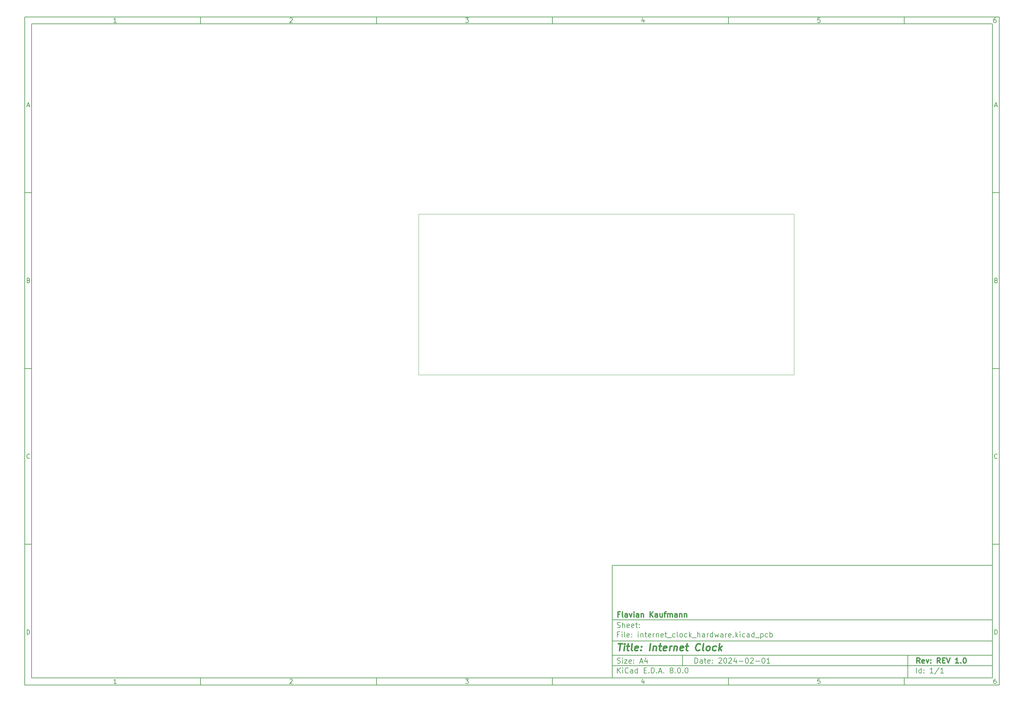
<source format=gbr>
%TF.GenerationSoftware,KiCad,Pcbnew,8.0.0*%
%TF.CreationDate,2024-02-29T15:31:37+01:00*%
%TF.ProjectId,internet_clock_hardware,696e7465-726e-4657-945f-636c6f636b5f,REV 1.0*%
%TF.SameCoordinates,Original*%
%TF.FileFunction,Profile,NP*%
%FSLAX46Y46*%
G04 Gerber Fmt 4.6, Leading zero omitted, Abs format (unit mm)*
G04 Created by KiCad (PCBNEW 8.0.0) date 2024-02-29 15:31:37*
%MOMM*%
%LPD*%
G01*
G04 APERTURE LIST*
%ADD10C,0.100000*%
%ADD11C,0.150000*%
%ADD12C,0.300000*%
%ADD13C,0.400000*%
%TA.AperFunction,Profile*%
%ADD14C,0.100000*%
%TD*%
G04 APERTURE END LIST*
D10*
D11*
X177002200Y-166007200D02*
X285002200Y-166007200D01*
X285002200Y-198007200D01*
X177002200Y-198007200D01*
X177002200Y-166007200D01*
D10*
D11*
X10000000Y-10000000D02*
X287002200Y-10000000D01*
X287002200Y-200007200D01*
X10000000Y-200007200D01*
X10000000Y-10000000D01*
D10*
D11*
X12000000Y-12000000D02*
X285002200Y-12000000D01*
X285002200Y-198007200D01*
X12000000Y-198007200D01*
X12000000Y-12000000D01*
D10*
D11*
X60000000Y-12000000D02*
X60000000Y-10000000D01*
D10*
D11*
X110000000Y-12000000D02*
X110000000Y-10000000D01*
D10*
D11*
X160000000Y-12000000D02*
X160000000Y-10000000D01*
D10*
D11*
X210000000Y-12000000D02*
X210000000Y-10000000D01*
D10*
D11*
X260000000Y-12000000D02*
X260000000Y-10000000D01*
D10*
D11*
X36089160Y-11593604D02*
X35346303Y-11593604D01*
X35717731Y-11593604D02*
X35717731Y-10293604D01*
X35717731Y-10293604D02*
X35593922Y-10479319D01*
X35593922Y-10479319D02*
X35470112Y-10603128D01*
X35470112Y-10603128D02*
X35346303Y-10665033D01*
D10*
D11*
X85346303Y-10417414D02*
X85408207Y-10355509D01*
X85408207Y-10355509D02*
X85532017Y-10293604D01*
X85532017Y-10293604D02*
X85841541Y-10293604D01*
X85841541Y-10293604D02*
X85965350Y-10355509D01*
X85965350Y-10355509D02*
X86027255Y-10417414D01*
X86027255Y-10417414D02*
X86089160Y-10541223D01*
X86089160Y-10541223D02*
X86089160Y-10665033D01*
X86089160Y-10665033D02*
X86027255Y-10850747D01*
X86027255Y-10850747D02*
X85284398Y-11593604D01*
X85284398Y-11593604D02*
X86089160Y-11593604D01*
D10*
D11*
X135284398Y-10293604D02*
X136089160Y-10293604D01*
X136089160Y-10293604D02*
X135655826Y-10788842D01*
X135655826Y-10788842D02*
X135841541Y-10788842D01*
X135841541Y-10788842D02*
X135965350Y-10850747D01*
X135965350Y-10850747D02*
X136027255Y-10912652D01*
X136027255Y-10912652D02*
X136089160Y-11036461D01*
X136089160Y-11036461D02*
X136089160Y-11345985D01*
X136089160Y-11345985D02*
X136027255Y-11469795D01*
X136027255Y-11469795D02*
X135965350Y-11531700D01*
X135965350Y-11531700D02*
X135841541Y-11593604D01*
X135841541Y-11593604D02*
X135470112Y-11593604D01*
X135470112Y-11593604D02*
X135346303Y-11531700D01*
X135346303Y-11531700D02*
X135284398Y-11469795D01*
D10*
D11*
X185965350Y-10726938D02*
X185965350Y-11593604D01*
X185655826Y-10231700D02*
X185346303Y-11160271D01*
X185346303Y-11160271D02*
X186151064Y-11160271D01*
D10*
D11*
X236027255Y-10293604D02*
X235408207Y-10293604D01*
X235408207Y-10293604D02*
X235346303Y-10912652D01*
X235346303Y-10912652D02*
X235408207Y-10850747D01*
X235408207Y-10850747D02*
X235532017Y-10788842D01*
X235532017Y-10788842D02*
X235841541Y-10788842D01*
X235841541Y-10788842D02*
X235965350Y-10850747D01*
X235965350Y-10850747D02*
X236027255Y-10912652D01*
X236027255Y-10912652D02*
X236089160Y-11036461D01*
X236089160Y-11036461D02*
X236089160Y-11345985D01*
X236089160Y-11345985D02*
X236027255Y-11469795D01*
X236027255Y-11469795D02*
X235965350Y-11531700D01*
X235965350Y-11531700D02*
X235841541Y-11593604D01*
X235841541Y-11593604D02*
X235532017Y-11593604D01*
X235532017Y-11593604D02*
X235408207Y-11531700D01*
X235408207Y-11531700D02*
X235346303Y-11469795D01*
D10*
D11*
X285965350Y-10293604D02*
X285717731Y-10293604D01*
X285717731Y-10293604D02*
X285593922Y-10355509D01*
X285593922Y-10355509D02*
X285532017Y-10417414D01*
X285532017Y-10417414D02*
X285408207Y-10603128D01*
X285408207Y-10603128D02*
X285346303Y-10850747D01*
X285346303Y-10850747D02*
X285346303Y-11345985D01*
X285346303Y-11345985D02*
X285408207Y-11469795D01*
X285408207Y-11469795D02*
X285470112Y-11531700D01*
X285470112Y-11531700D02*
X285593922Y-11593604D01*
X285593922Y-11593604D02*
X285841541Y-11593604D01*
X285841541Y-11593604D02*
X285965350Y-11531700D01*
X285965350Y-11531700D02*
X286027255Y-11469795D01*
X286027255Y-11469795D02*
X286089160Y-11345985D01*
X286089160Y-11345985D02*
X286089160Y-11036461D01*
X286089160Y-11036461D02*
X286027255Y-10912652D01*
X286027255Y-10912652D02*
X285965350Y-10850747D01*
X285965350Y-10850747D02*
X285841541Y-10788842D01*
X285841541Y-10788842D02*
X285593922Y-10788842D01*
X285593922Y-10788842D02*
X285470112Y-10850747D01*
X285470112Y-10850747D02*
X285408207Y-10912652D01*
X285408207Y-10912652D02*
X285346303Y-11036461D01*
D10*
D11*
X60000000Y-198007200D02*
X60000000Y-200007200D01*
D10*
D11*
X110000000Y-198007200D02*
X110000000Y-200007200D01*
D10*
D11*
X160000000Y-198007200D02*
X160000000Y-200007200D01*
D10*
D11*
X210000000Y-198007200D02*
X210000000Y-200007200D01*
D10*
D11*
X260000000Y-198007200D02*
X260000000Y-200007200D01*
D10*
D11*
X36089160Y-199600804D02*
X35346303Y-199600804D01*
X35717731Y-199600804D02*
X35717731Y-198300804D01*
X35717731Y-198300804D02*
X35593922Y-198486519D01*
X35593922Y-198486519D02*
X35470112Y-198610328D01*
X35470112Y-198610328D02*
X35346303Y-198672233D01*
D10*
D11*
X85346303Y-198424614D02*
X85408207Y-198362709D01*
X85408207Y-198362709D02*
X85532017Y-198300804D01*
X85532017Y-198300804D02*
X85841541Y-198300804D01*
X85841541Y-198300804D02*
X85965350Y-198362709D01*
X85965350Y-198362709D02*
X86027255Y-198424614D01*
X86027255Y-198424614D02*
X86089160Y-198548423D01*
X86089160Y-198548423D02*
X86089160Y-198672233D01*
X86089160Y-198672233D02*
X86027255Y-198857947D01*
X86027255Y-198857947D02*
X85284398Y-199600804D01*
X85284398Y-199600804D02*
X86089160Y-199600804D01*
D10*
D11*
X135284398Y-198300804D02*
X136089160Y-198300804D01*
X136089160Y-198300804D02*
X135655826Y-198796042D01*
X135655826Y-198796042D02*
X135841541Y-198796042D01*
X135841541Y-198796042D02*
X135965350Y-198857947D01*
X135965350Y-198857947D02*
X136027255Y-198919852D01*
X136027255Y-198919852D02*
X136089160Y-199043661D01*
X136089160Y-199043661D02*
X136089160Y-199353185D01*
X136089160Y-199353185D02*
X136027255Y-199476995D01*
X136027255Y-199476995D02*
X135965350Y-199538900D01*
X135965350Y-199538900D02*
X135841541Y-199600804D01*
X135841541Y-199600804D02*
X135470112Y-199600804D01*
X135470112Y-199600804D02*
X135346303Y-199538900D01*
X135346303Y-199538900D02*
X135284398Y-199476995D01*
D10*
D11*
X185965350Y-198734138D02*
X185965350Y-199600804D01*
X185655826Y-198238900D02*
X185346303Y-199167471D01*
X185346303Y-199167471D02*
X186151064Y-199167471D01*
D10*
D11*
X236027255Y-198300804D02*
X235408207Y-198300804D01*
X235408207Y-198300804D02*
X235346303Y-198919852D01*
X235346303Y-198919852D02*
X235408207Y-198857947D01*
X235408207Y-198857947D02*
X235532017Y-198796042D01*
X235532017Y-198796042D02*
X235841541Y-198796042D01*
X235841541Y-198796042D02*
X235965350Y-198857947D01*
X235965350Y-198857947D02*
X236027255Y-198919852D01*
X236027255Y-198919852D02*
X236089160Y-199043661D01*
X236089160Y-199043661D02*
X236089160Y-199353185D01*
X236089160Y-199353185D02*
X236027255Y-199476995D01*
X236027255Y-199476995D02*
X235965350Y-199538900D01*
X235965350Y-199538900D02*
X235841541Y-199600804D01*
X235841541Y-199600804D02*
X235532017Y-199600804D01*
X235532017Y-199600804D02*
X235408207Y-199538900D01*
X235408207Y-199538900D02*
X235346303Y-199476995D01*
D10*
D11*
X285965350Y-198300804D02*
X285717731Y-198300804D01*
X285717731Y-198300804D02*
X285593922Y-198362709D01*
X285593922Y-198362709D02*
X285532017Y-198424614D01*
X285532017Y-198424614D02*
X285408207Y-198610328D01*
X285408207Y-198610328D02*
X285346303Y-198857947D01*
X285346303Y-198857947D02*
X285346303Y-199353185D01*
X285346303Y-199353185D02*
X285408207Y-199476995D01*
X285408207Y-199476995D02*
X285470112Y-199538900D01*
X285470112Y-199538900D02*
X285593922Y-199600804D01*
X285593922Y-199600804D02*
X285841541Y-199600804D01*
X285841541Y-199600804D02*
X285965350Y-199538900D01*
X285965350Y-199538900D02*
X286027255Y-199476995D01*
X286027255Y-199476995D02*
X286089160Y-199353185D01*
X286089160Y-199353185D02*
X286089160Y-199043661D01*
X286089160Y-199043661D02*
X286027255Y-198919852D01*
X286027255Y-198919852D02*
X285965350Y-198857947D01*
X285965350Y-198857947D02*
X285841541Y-198796042D01*
X285841541Y-198796042D02*
X285593922Y-198796042D01*
X285593922Y-198796042D02*
X285470112Y-198857947D01*
X285470112Y-198857947D02*
X285408207Y-198919852D01*
X285408207Y-198919852D02*
X285346303Y-199043661D01*
D10*
D11*
X10000000Y-60000000D02*
X12000000Y-60000000D01*
D10*
D11*
X10000000Y-110000000D02*
X12000000Y-110000000D01*
D10*
D11*
X10000000Y-160000000D02*
X12000000Y-160000000D01*
D10*
D11*
X10690476Y-35222176D02*
X11309523Y-35222176D01*
X10566666Y-35593604D02*
X10999999Y-34293604D01*
X10999999Y-34293604D02*
X11433333Y-35593604D01*
D10*
D11*
X11092857Y-84912652D02*
X11278571Y-84974557D01*
X11278571Y-84974557D02*
X11340476Y-85036461D01*
X11340476Y-85036461D02*
X11402380Y-85160271D01*
X11402380Y-85160271D02*
X11402380Y-85345985D01*
X11402380Y-85345985D02*
X11340476Y-85469795D01*
X11340476Y-85469795D02*
X11278571Y-85531700D01*
X11278571Y-85531700D02*
X11154761Y-85593604D01*
X11154761Y-85593604D02*
X10659523Y-85593604D01*
X10659523Y-85593604D02*
X10659523Y-84293604D01*
X10659523Y-84293604D02*
X11092857Y-84293604D01*
X11092857Y-84293604D02*
X11216666Y-84355509D01*
X11216666Y-84355509D02*
X11278571Y-84417414D01*
X11278571Y-84417414D02*
X11340476Y-84541223D01*
X11340476Y-84541223D02*
X11340476Y-84665033D01*
X11340476Y-84665033D02*
X11278571Y-84788842D01*
X11278571Y-84788842D02*
X11216666Y-84850747D01*
X11216666Y-84850747D02*
X11092857Y-84912652D01*
X11092857Y-84912652D02*
X10659523Y-84912652D01*
D10*
D11*
X11402380Y-135469795D02*
X11340476Y-135531700D01*
X11340476Y-135531700D02*
X11154761Y-135593604D01*
X11154761Y-135593604D02*
X11030952Y-135593604D01*
X11030952Y-135593604D02*
X10845238Y-135531700D01*
X10845238Y-135531700D02*
X10721428Y-135407890D01*
X10721428Y-135407890D02*
X10659523Y-135284080D01*
X10659523Y-135284080D02*
X10597619Y-135036461D01*
X10597619Y-135036461D02*
X10597619Y-134850747D01*
X10597619Y-134850747D02*
X10659523Y-134603128D01*
X10659523Y-134603128D02*
X10721428Y-134479319D01*
X10721428Y-134479319D02*
X10845238Y-134355509D01*
X10845238Y-134355509D02*
X11030952Y-134293604D01*
X11030952Y-134293604D02*
X11154761Y-134293604D01*
X11154761Y-134293604D02*
X11340476Y-134355509D01*
X11340476Y-134355509D02*
X11402380Y-134417414D01*
D10*
D11*
X10659523Y-185593604D02*
X10659523Y-184293604D01*
X10659523Y-184293604D02*
X10969047Y-184293604D01*
X10969047Y-184293604D02*
X11154761Y-184355509D01*
X11154761Y-184355509D02*
X11278571Y-184479319D01*
X11278571Y-184479319D02*
X11340476Y-184603128D01*
X11340476Y-184603128D02*
X11402380Y-184850747D01*
X11402380Y-184850747D02*
X11402380Y-185036461D01*
X11402380Y-185036461D02*
X11340476Y-185284080D01*
X11340476Y-185284080D02*
X11278571Y-185407890D01*
X11278571Y-185407890D02*
X11154761Y-185531700D01*
X11154761Y-185531700D02*
X10969047Y-185593604D01*
X10969047Y-185593604D02*
X10659523Y-185593604D01*
D10*
D11*
X287002200Y-60000000D02*
X285002200Y-60000000D01*
D10*
D11*
X287002200Y-110000000D02*
X285002200Y-110000000D01*
D10*
D11*
X287002200Y-160000000D02*
X285002200Y-160000000D01*
D10*
D11*
X285692676Y-35222176D02*
X286311723Y-35222176D01*
X285568866Y-35593604D02*
X286002199Y-34293604D01*
X286002199Y-34293604D02*
X286435533Y-35593604D01*
D10*
D11*
X286095057Y-84912652D02*
X286280771Y-84974557D01*
X286280771Y-84974557D02*
X286342676Y-85036461D01*
X286342676Y-85036461D02*
X286404580Y-85160271D01*
X286404580Y-85160271D02*
X286404580Y-85345985D01*
X286404580Y-85345985D02*
X286342676Y-85469795D01*
X286342676Y-85469795D02*
X286280771Y-85531700D01*
X286280771Y-85531700D02*
X286156961Y-85593604D01*
X286156961Y-85593604D02*
X285661723Y-85593604D01*
X285661723Y-85593604D02*
X285661723Y-84293604D01*
X285661723Y-84293604D02*
X286095057Y-84293604D01*
X286095057Y-84293604D02*
X286218866Y-84355509D01*
X286218866Y-84355509D02*
X286280771Y-84417414D01*
X286280771Y-84417414D02*
X286342676Y-84541223D01*
X286342676Y-84541223D02*
X286342676Y-84665033D01*
X286342676Y-84665033D02*
X286280771Y-84788842D01*
X286280771Y-84788842D02*
X286218866Y-84850747D01*
X286218866Y-84850747D02*
X286095057Y-84912652D01*
X286095057Y-84912652D02*
X285661723Y-84912652D01*
D10*
D11*
X286404580Y-135469795D02*
X286342676Y-135531700D01*
X286342676Y-135531700D02*
X286156961Y-135593604D01*
X286156961Y-135593604D02*
X286033152Y-135593604D01*
X286033152Y-135593604D02*
X285847438Y-135531700D01*
X285847438Y-135531700D02*
X285723628Y-135407890D01*
X285723628Y-135407890D02*
X285661723Y-135284080D01*
X285661723Y-135284080D02*
X285599819Y-135036461D01*
X285599819Y-135036461D02*
X285599819Y-134850747D01*
X285599819Y-134850747D02*
X285661723Y-134603128D01*
X285661723Y-134603128D02*
X285723628Y-134479319D01*
X285723628Y-134479319D02*
X285847438Y-134355509D01*
X285847438Y-134355509D02*
X286033152Y-134293604D01*
X286033152Y-134293604D02*
X286156961Y-134293604D01*
X286156961Y-134293604D02*
X286342676Y-134355509D01*
X286342676Y-134355509D02*
X286404580Y-134417414D01*
D10*
D11*
X285661723Y-185593604D02*
X285661723Y-184293604D01*
X285661723Y-184293604D02*
X285971247Y-184293604D01*
X285971247Y-184293604D02*
X286156961Y-184355509D01*
X286156961Y-184355509D02*
X286280771Y-184479319D01*
X286280771Y-184479319D02*
X286342676Y-184603128D01*
X286342676Y-184603128D02*
X286404580Y-184850747D01*
X286404580Y-184850747D02*
X286404580Y-185036461D01*
X286404580Y-185036461D02*
X286342676Y-185284080D01*
X286342676Y-185284080D02*
X286280771Y-185407890D01*
X286280771Y-185407890D02*
X286156961Y-185531700D01*
X286156961Y-185531700D02*
X285971247Y-185593604D01*
X285971247Y-185593604D02*
X285661723Y-185593604D01*
D10*
D11*
X200458026Y-193793328D02*
X200458026Y-192293328D01*
X200458026Y-192293328D02*
X200815169Y-192293328D01*
X200815169Y-192293328D02*
X201029455Y-192364757D01*
X201029455Y-192364757D02*
X201172312Y-192507614D01*
X201172312Y-192507614D02*
X201243741Y-192650471D01*
X201243741Y-192650471D02*
X201315169Y-192936185D01*
X201315169Y-192936185D02*
X201315169Y-193150471D01*
X201315169Y-193150471D02*
X201243741Y-193436185D01*
X201243741Y-193436185D02*
X201172312Y-193579042D01*
X201172312Y-193579042D02*
X201029455Y-193721900D01*
X201029455Y-193721900D02*
X200815169Y-193793328D01*
X200815169Y-193793328D02*
X200458026Y-193793328D01*
X202600884Y-193793328D02*
X202600884Y-193007614D01*
X202600884Y-193007614D02*
X202529455Y-192864757D01*
X202529455Y-192864757D02*
X202386598Y-192793328D01*
X202386598Y-192793328D02*
X202100884Y-192793328D01*
X202100884Y-192793328D02*
X201958026Y-192864757D01*
X202600884Y-193721900D02*
X202458026Y-193793328D01*
X202458026Y-193793328D02*
X202100884Y-193793328D01*
X202100884Y-193793328D02*
X201958026Y-193721900D01*
X201958026Y-193721900D02*
X201886598Y-193579042D01*
X201886598Y-193579042D02*
X201886598Y-193436185D01*
X201886598Y-193436185D02*
X201958026Y-193293328D01*
X201958026Y-193293328D02*
X202100884Y-193221900D01*
X202100884Y-193221900D02*
X202458026Y-193221900D01*
X202458026Y-193221900D02*
X202600884Y-193150471D01*
X203100884Y-192793328D02*
X203672312Y-192793328D01*
X203315169Y-192293328D02*
X203315169Y-193579042D01*
X203315169Y-193579042D02*
X203386598Y-193721900D01*
X203386598Y-193721900D02*
X203529455Y-193793328D01*
X203529455Y-193793328D02*
X203672312Y-193793328D01*
X204743741Y-193721900D02*
X204600884Y-193793328D01*
X204600884Y-193793328D02*
X204315170Y-193793328D01*
X204315170Y-193793328D02*
X204172312Y-193721900D01*
X204172312Y-193721900D02*
X204100884Y-193579042D01*
X204100884Y-193579042D02*
X204100884Y-193007614D01*
X204100884Y-193007614D02*
X204172312Y-192864757D01*
X204172312Y-192864757D02*
X204315170Y-192793328D01*
X204315170Y-192793328D02*
X204600884Y-192793328D01*
X204600884Y-192793328D02*
X204743741Y-192864757D01*
X204743741Y-192864757D02*
X204815170Y-193007614D01*
X204815170Y-193007614D02*
X204815170Y-193150471D01*
X204815170Y-193150471D02*
X204100884Y-193293328D01*
X205458026Y-193650471D02*
X205529455Y-193721900D01*
X205529455Y-193721900D02*
X205458026Y-193793328D01*
X205458026Y-193793328D02*
X205386598Y-193721900D01*
X205386598Y-193721900D02*
X205458026Y-193650471D01*
X205458026Y-193650471D02*
X205458026Y-193793328D01*
X205458026Y-192864757D02*
X205529455Y-192936185D01*
X205529455Y-192936185D02*
X205458026Y-193007614D01*
X205458026Y-193007614D02*
X205386598Y-192936185D01*
X205386598Y-192936185D02*
X205458026Y-192864757D01*
X205458026Y-192864757D02*
X205458026Y-193007614D01*
X207243741Y-192436185D02*
X207315169Y-192364757D01*
X207315169Y-192364757D02*
X207458027Y-192293328D01*
X207458027Y-192293328D02*
X207815169Y-192293328D01*
X207815169Y-192293328D02*
X207958027Y-192364757D01*
X207958027Y-192364757D02*
X208029455Y-192436185D01*
X208029455Y-192436185D02*
X208100884Y-192579042D01*
X208100884Y-192579042D02*
X208100884Y-192721900D01*
X208100884Y-192721900D02*
X208029455Y-192936185D01*
X208029455Y-192936185D02*
X207172312Y-193793328D01*
X207172312Y-193793328D02*
X208100884Y-193793328D01*
X209029455Y-192293328D02*
X209172312Y-192293328D01*
X209172312Y-192293328D02*
X209315169Y-192364757D01*
X209315169Y-192364757D02*
X209386598Y-192436185D01*
X209386598Y-192436185D02*
X209458026Y-192579042D01*
X209458026Y-192579042D02*
X209529455Y-192864757D01*
X209529455Y-192864757D02*
X209529455Y-193221900D01*
X209529455Y-193221900D02*
X209458026Y-193507614D01*
X209458026Y-193507614D02*
X209386598Y-193650471D01*
X209386598Y-193650471D02*
X209315169Y-193721900D01*
X209315169Y-193721900D02*
X209172312Y-193793328D01*
X209172312Y-193793328D02*
X209029455Y-193793328D01*
X209029455Y-193793328D02*
X208886598Y-193721900D01*
X208886598Y-193721900D02*
X208815169Y-193650471D01*
X208815169Y-193650471D02*
X208743740Y-193507614D01*
X208743740Y-193507614D02*
X208672312Y-193221900D01*
X208672312Y-193221900D02*
X208672312Y-192864757D01*
X208672312Y-192864757D02*
X208743740Y-192579042D01*
X208743740Y-192579042D02*
X208815169Y-192436185D01*
X208815169Y-192436185D02*
X208886598Y-192364757D01*
X208886598Y-192364757D02*
X209029455Y-192293328D01*
X210100883Y-192436185D02*
X210172311Y-192364757D01*
X210172311Y-192364757D02*
X210315169Y-192293328D01*
X210315169Y-192293328D02*
X210672311Y-192293328D01*
X210672311Y-192293328D02*
X210815169Y-192364757D01*
X210815169Y-192364757D02*
X210886597Y-192436185D01*
X210886597Y-192436185D02*
X210958026Y-192579042D01*
X210958026Y-192579042D02*
X210958026Y-192721900D01*
X210958026Y-192721900D02*
X210886597Y-192936185D01*
X210886597Y-192936185D02*
X210029454Y-193793328D01*
X210029454Y-193793328D02*
X210958026Y-193793328D01*
X212243740Y-192793328D02*
X212243740Y-193793328D01*
X211886597Y-192221900D02*
X211529454Y-193293328D01*
X211529454Y-193293328D02*
X212458025Y-193293328D01*
X213029453Y-193221900D02*
X214172311Y-193221900D01*
X215172311Y-192293328D02*
X215315168Y-192293328D01*
X215315168Y-192293328D02*
X215458025Y-192364757D01*
X215458025Y-192364757D02*
X215529454Y-192436185D01*
X215529454Y-192436185D02*
X215600882Y-192579042D01*
X215600882Y-192579042D02*
X215672311Y-192864757D01*
X215672311Y-192864757D02*
X215672311Y-193221900D01*
X215672311Y-193221900D02*
X215600882Y-193507614D01*
X215600882Y-193507614D02*
X215529454Y-193650471D01*
X215529454Y-193650471D02*
X215458025Y-193721900D01*
X215458025Y-193721900D02*
X215315168Y-193793328D01*
X215315168Y-193793328D02*
X215172311Y-193793328D01*
X215172311Y-193793328D02*
X215029454Y-193721900D01*
X215029454Y-193721900D02*
X214958025Y-193650471D01*
X214958025Y-193650471D02*
X214886596Y-193507614D01*
X214886596Y-193507614D02*
X214815168Y-193221900D01*
X214815168Y-193221900D02*
X214815168Y-192864757D01*
X214815168Y-192864757D02*
X214886596Y-192579042D01*
X214886596Y-192579042D02*
X214958025Y-192436185D01*
X214958025Y-192436185D02*
X215029454Y-192364757D01*
X215029454Y-192364757D02*
X215172311Y-192293328D01*
X216243739Y-192436185D02*
X216315167Y-192364757D01*
X216315167Y-192364757D02*
X216458025Y-192293328D01*
X216458025Y-192293328D02*
X216815167Y-192293328D01*
X216815167Y-192293328D02*
X216958025Y-192364757D01*
X216958025Y-192364757D02*
X217029453Y-192436185D01*
X217029453Y-192436185D02*
X217100882Y-192579042D01*
X217100882Y-192579042D02*
X217100882Y-192721900D01*
X217100882Y-192721900D02*
X217029453Y-192936185D01*
X217029453Y-192936185D02*
X216172310Y-193793328D01*
X216172310Y-193793328D02*
X217100882Y-193793328D01*
X217743738Y-193221900D02*
X218886596Y-193221900D01*
X219886596Y-192293328D02*
X220029453Y-192293328D01*
X220029453Y-192293328D02*
X220172310Y-192364757D01*
X220172310Y-192364757D02*
X220243739Y-192436185D01*
X220243739Y-192436185D02*
X220315167Y-192579042D01*
X220315167Y-192579042D02*
X220386596Y-192864757D01*
X220386596Y-192864757D02*
X220386596Y-193221900D01*
X220386596Y-193221900D02*
X220315167Y-193507614D01*
X220315167Y-193507614D02*
X220243739Y-193650471D01*
X220243739Y-193650471D02*
X220172310Y-193721900D01*
X220172310Y-193721900D02*
X220029453Y-193793328D01*
X220029453Y-193793328D02*
X219886596Y-193793328D01*
X219886596Y-193793328D02*
X219743739Y-193721900D01*
X219743739Y-193721900D02*
X219672310Y-193650471D01*
X219672310Y-193650471D02*
X219600881Y-193507614D01*
X219600881Y-193507614D02*
X219529453Y-193221900D01*
X219529453Y-193221900D02*
X219529453Y-192864757D01*
X219529453Y-192864757D02*
X219600881Y-192579042D01*
X219600881Y-192579042D02*
X219672310Y-192436185D01*
X219672310Y-192436185D02*
X219743739Y-192364757D01*
X219743739Y-192364757D02*
X219886596Y-192293328D01*
X221815167Y-193793328D02*
X220958024Y-193793328D01*
X221386595Y-193793328D02*
X221386595Y-192293328D01*
X221386595Y-192293328D02*
X221243738Y-192507614D01*
X221243738Y-192507614D02*
X221100881Y-192650471D01*
X221100881Y-192650471D02*
X220958024Y-192721900D01*
D10*
D11*
X177002200Y-194507200D02*
X285002200Y-194507200D01*
D10*
D11*
X178458026Y-196593328D02*
X178458026Y-195093328D01*
X179315169Y-196593328D02*
X178672312Y-195736185D01*
X179315169Y-195093328D02*
X178458026Y-195950471D01*
X179958026Y-196593328D02*
X179958026Y-195593328D01*
X179958026Y-195093328D02*
X179886598Y-195164757D01*
X179886598Y-195164757D02*
X179958026Y-195236185D01*
X179958026Y-195236185D02*
X180029455Y-195164757D01*
X180029455Y-195164757D02*
X179958026Y-195093328D01*
X179958026Y-195093328D02*
X179958026Y-195236185D01*
X181529455Y-196450471D02*
X181458027Y-196521900D01*
X181458027Y-196521900D02*
X181243741Y-196593328D01*
X181243741Y-196593328D02*
X181100884Y-196593328D01*
X181100884Y-196593328D02*
X180886598Y-196521900D01*
X180886598Y-196521900D02*
X180743741Y-196379042D01*
X180743741Y-196379042D02*
X180672312Y-196236185D01*
X180672312Y-196236185D02*
X180600884Y-195950471D01*
X180600884Y-195950471D02*
X180600884Y-195736185D01*
X180600884Y-195736185D02*
X180672312Y-195450471D01*
X180672312Y-195450471D02*
X180743741Y-195307614D01*
X180743741Y-195307614D02*
X180886598Y-195164757D01*
X180886598Y-195164757D02*
X181100884Y-195093328D01*
X181100884Y-195093328D02*
X181243741Y-195093328D01*
X181243741Y-195093328D02*
X181458027Y-195164757D01*
X181458027Y-195164757D02*
X181529455Y-195236185D01*
X182815170Y-196593328D02*
X182815170Y-195807614D01*
X182815170Y-195807614D02*
X182743741Y-195664757D01*
X182743741Y-195664757D02*
X182600884Y-195593328D01*
X182600884Y-195593328D02*
X182315170Y-195593328D01*
X182315170Y-195593328D02*
X182172312Y-195664757D01*
X182815170Y-196521900D02*
X182672312Y-196593328D01*
X182672312Y-196593328D02*
X182315170Y-196593328D01*
X182315170Y-196593328D02*
X182172312Y-196521900D01*
X182172312Y-196521900D02*
X182100884Y-196379042D01*
X182100884Y-196379042D02*
X182100884Y-196236185D01*
X182100884Y-196236185D02*
X182172312Y-196093328D01*
X182172312Y-196093328D02*
X182315170Y-196021900D01*
X182315170Y-196021900D02*
X182672312Y-196021900D01*
X182672312Y-196021900D02*
X182815170Y-195950471D01*
X184172313Y-196593328D02*
X184172313Y-195093328D01*
X184172313Y-196521900D02*
X184029455Y-196593328D01*
X184029455Y-196593328D02*
X183743741Y-196593328D01*
X183743741Y-196593328D02*
X183600884Y-196521900D01*
X183600884Y-196521900D02*
X183529455Y-196450471D01*
X183529455Y-196450471D02*
X183458027Y-196307614D01*
X183458027Y-196307614D02*
X183458027Y-195879042D01*
X183458027Y-195879042D02*
X183529455Y-195736185D01*
X183529455Y-195736185D02*
X183600884Y-195664757D01*
X183600884Y-195664757D02*
X183743741Y-195593328D01*
X183743741Y-195593328D02*
X184029455Y-195593328D01*
X184029455Y-195593328D02*
X184172313Y-195664757D01*
X186029455Y-195807614D02*
X186529455Y-195807614D01*
X186743741Y-196593328D02*
X186029455Y-196593328D01*
X186029455Y-196593328D02*
X186029455Y-195093328D01*
X186029455Y-195093328D02*
X186743741Y-195093328D01*
X187386598Y-196450471D02*
X187458027Y-196521900D01*
X187458027Y-196521900D02*
X187386598Y-196593328D01*
X187386598Y-196593328D02*
X187315170Y-196521900D01*
X187315170Y-196521900D02*
X187386598Y-196450471D01*
X187386598Y-196450471D02*
X187386598Y-196593328D01*
X188100884Y-196593328D02*
X188100884Y-195093328D01*
X188100884Y-195093328D02*
X188458027Y-195093328D01*
X188458027Y-195093328D02*
X188672313Y-195164757D01*
X188672313Y-195164757D02*
X188815170Y-195307614D01*
X188815170Y-195307614D02*
X188886599Y-195450471D01*
X188886599Y-195450471D02*
X188958027Y-195736185D01*
X188958027Y-195736185D02*
X188958027Y-195950471D01*
X188958027Y-195950471D02*
X188886599Y-196236185D01*
X188886599Y-196236185D02*
X188815170Y-196379042D01*
X188815170Y-196379042D02*
X188672313Y-196521900D01*
X188672313Y-196521900D02*
X188458027Y-196593328D01*
X188458027Y-196593328D02*
X188100884Y-196593328D01*
X189600884Y-196450471D02*
X189672313Y-196521900D01*
X189672313Y-196521900D02*
X189600884Y-196593328D01*
X189600884Y-196593328D02*
X189529456Y-196521900D01*
X189529456Y-196521900D02*
X189600884Y-196450471D01*
X189600884Y-196450471D02*
X189600884Y-196593328D01*
X190243742Y-196164757D02*
X190958028Y-196164757D01*
X190100885Y-196593328D02*
X190600885Y-195093328D01*
X190600885Y-195093328D02*
X191100885Y-196593328D01*
X191600884Y-196450471D02*
X191672313Y-196521900D01*
X191672313Y-196521900D02*
X191600884Y-196593328D01*
X191600884Y-196593328D02*
X191529456Y-196521900D01*
X191529456Y-196521900D02*
X191600884Y-196450471D01*
X191600884Y-196450471D02*
X191600884Y-196593328D01*
X193672313Y-195736185D02*
X193529456Y-195664757D01*
X193529456Y-195664757D02*
X193458027Y-195593328D01*
X193458027Y-195593328D02*
X193386599Y-195450471D01*
X193386599Y-195450471D02*
X193386599Y-195379042D01*
X193386599Y-195379042D02*
X193458027Y-195236185D01*
X193458027Y-195236185D02*
X193529456Y-195164757D01*
X193529456Y-195164757D02*
X193672313Y-195093328D01*
X193672313Y-195093328D02*
X193958027Y-195093328D01*
X193958027Y-195093328D02*
X194100885Y-195164757D01*
X194100885Y-195164757D02*
X194172313Y-195236185D01*
X194172313Y-195236185D02*
X194243742Y-195379042D01*
X194243742Y-195379042D02*
X194243742Y-195450471D01*
X194243742Y-195450471D02*
X194172313Y-195593328D01*
X194172313Y-195593328D02*
X194100885Y-195664757D01*
X194100885Y-195664757D02*
X193958027Y-195736185D01*
X193958027Y-195736185D02*
X193672313Y-195736185D01*
X193672313Y-195736185D02*
X193529456Y-195807614D01*
X193529456Y-195807614D02*
X193458027Y-195879042D01*
X193458027Y-195879042D02*
X193386599Y-196021900D01*
X193386599Y-196021900D02*
X193386599Y-196307614D01*
X193386599Y-196307614D02*
X193458027Y-196450471D01*
X193458027Y-196450471D02*
X193529456Y-196521900D01*
X193529456Y-196521900D02*
X193672313Y-196593328D01*
X193672313Y-196593328D02*
X193958027Y-196593328D01*
X193958027Y-196593328D02*
X194100885Y-196521900D01*
X194100885Y-196521900D02*
X194172313Y-196450471D01*
X194172313Y-196450471D02*
X194243742Y-196307614D01*
X194243742Y-196307614D02*
X194243742Y-196021900D01*
X194243742Y-196021900D02*
X194172313Y-195879042D01*
X194172313Y-195879042D02*
X194100885Y-195807614D01*
X194100885Y-195807614D02*
X193958027Y-195736185D01*
X194886598Y-196450471D02*
X194958027Y-196521900D01*
X194958027Y-196521900D02*
X194886598Y-196593328D01*
X194886598Y-196593328D02*
X194815170Y-196521900D01*
X194815170Y-196521900D02*
X194886598Y-196450471D01*
X194886598Y-196450471D02*
X194886598Y-196593328D01*
X195886599Y-195093328D02*
X196029456Y-195093328D01*
X196029456Y-195093328D02*
X196172313Y-195164757D01*
X196172313Y-195164757D02*
X196243742Y-195236185D01*
X196243742Y-195236185D02*
X196315170Y-195379042D01*
X196315170Y-195379042D02*
X196386599Y-195664757D01*
X196386599Y-195664757D02*
X196386599Y-196021900D01*
X196386599Y-196021900D02*
X196315170Y-196307614D01*
X196315170Y-196307614D02*
X196243742Y-196450471D01*
X196243742Y-196450471D02*
X196172313Y-196521900D01*
X196172313Y-196521900D02*
X196029456Y-196593328D01*
X196029456Y-196593328D02*
X195886599Y-196593328D01*
X195886599Y-196593328D02*
X195743742Y-196521900D01*
X195743742Y-196521900D02*
X195672313Y-196450471D01*
X195672313Y-196450471D02*
X195600884Y-196307614D01*
X195600884Y-196307614D02*
X195529456Y-196021900D01*
X195529456Y-196021900D02*
X195529456Y-195664757D01*
X195529456Y-195664757D02*
X195600884Y-195379042D01*
X195600884Y-195379042D02*
X195672313Y-195236185D01*
X195672313Y-195236185D02*
X195743742Y-195164757D01*
X195743742Y-195164757D02*
X195886599Y-195093328D01*
X197029455Y-196450471D02*
X197100884Y-196521900D01*
X197100884Y-196521900D02*
X197029455Y-196593328D01*
X197029455Y-196593328D02*
X196958027Y-196521900D01*
X196958027Y-196521900D02*
X197029455Y-196450471D01*
X197029455Y-196450471D02*
X197029455Y-196593328D01*
X198029456Y-195093328D02*
X198172313Y-195093328D01*
X198172313Y-195093328D02*
X198315170Y-195164757D01*
X198315170Y-195164757D02*
X198386599Y-195236185D01*
X198386599Y-195236185D02*
X198458027Y-195379042D01*
X198458027Y-195379042D02*
X198529456Y-195664757D01*
X198529456Y-195664757D02*
X198529456Y-196021900D01*
X198529456Y-196021900D02*
X198458027Y-196307614D01*
X198458027Y-196307614D02*
X198386599Y-196450471D01*
X198386599Y-196450471D02*
X198315170Y-196521900D01*
X198315170Y-196521900D02*
X198172313Y-196593328D01*
X198172313Y-196593328D02*
X198029456Y-196593328D01*
X198029456Y-196593328D02*
X197886599Y-196521900D01*
X197886599Y-196521900D02*
X197815170Y-196450471D01*
X197815170Y-196450471D02*
X197743741Y-196307614D01*
X197743741Y-196307614D02*
X197672313Y-196021900D01*
X197672313Y-196021900D02*
X197672313Y-195664757D01*
X197672313Y-195664757D02*
X197743741Y-195379042D01*
X197743741Y-195379042D02*
X197815170Y-195236185D01*
X197815170Y-195236185D02*
X197886599Y-195164757D01*
X197886599Y-195164757D02*
X198029456Y-195093328D01*
D10*
D11*
X177002200Y-191507200D02*
X285002200Y-191507200D01*
D10*
D12*
X264413853Y-193785528D02*
X263913853Y-193071242D01*
X263556710Y-193785528D02*
X263556710Y-192285528D01*
X263556710Y-192285528D02*
X264128139Y-192285528D01*
X264128139Y-192285528D02*
X264270996Y-192356957D01*
X264270996Y-192356957D02*
X264342425Y-192428385D01*
X264342425Y-192428385D02*
X264413853Y-192571242D01*
X264413853Y-192571242D02*
X264413853Y-192785528D01*
X264413853Y-192785528D02*
X264342425Y-192928385D01*
X264342425Y-192928385D02*
X264270996Y-192999814D01*
X264270996Y-192999814D02*
X264128139Y-193071242D01*
X264128139Y-193071242D02*
X263556710Y-193071242D01*
X265628139Y-193714100D02*
X265485282Y-193785528D01*
X265485282Y-193785528D02*
X265199568Y-193785528D01*
X265199568Y-193785528D02*
X265056710Y-193714100D01*
X265056710Y-193714100D02*
X264985282Y-193571242D01*
X264985282Y-193571242D02*
X264985282Y-192999814D01*
X264985282Y-192999814D02*
X265056710Y-192856957D01*
X265056710Y-192856957D02*
X265199568Y-192785528D01*
X265199568Y-192785528D02*
X265485282Y-192785528D01*
X265485282Y-192785528D02*
X265628139Y-192856957D01*
X265628139Y-192856957D02*
X265699568Y-192999814D01*
X265699568Y-192999814D02*
X265699568Y-193142671D01*
X265699568Y-193142671D02*
X264985282Y-193285528D01*
X266199567Y-192785528D02*
X266556710Y-193785528D01*
X266556710Y-193785528D02*
X266913853Y-192785528D01*
X267485281Y-193642671D02*
X267556710Y-193714100D01*
X267556710Y-193714100D02*
X267485281Y-193785528D01*
X267485281Y-193785528D02*
X267413853Y-193714100D01*
X267413853Y-193714100D02*
X267485281Y-193642671D01*
X267485281Y-193642671D02*
X267485281Y-193785528D01*
X267485281Y-192856957D02*
X267556710Y-192928385D01*
X267556710Y-192928385D02*
X267485281Y-192999814D01*
X267485281Y-192999814D02*
X267413853Y-192928385D01*
X267413853Y-192928385D02*
X267485281Y-192856957D01*
X267485281Y-192856957D02*
X267485281Y-192999814D01*
X270199567Y-193785528D02*
X269699567Y-193071242D01*
X269342424Y-193785528D02*
X269342424Y-192285528D01*
X269342424Y-192285528D02*
X269913853Y-192285528D01*
X269913853Y-192285528D02*
X270056710Y-192356957D01*
X270056710Y-192356957D02*
X270128139Y-192428385D01*
X270128139Y-192428385D02*
X270199567Y-192571242D01*
X270199567Y-192571242D02*
X270199567Y-192785528D01*
X270199567Y-192785528D02*
X270128139Y-192928385D01*
X270128139Y-192928385D02*
X270056710Y-192999814D01*
X270056710Y-192999814D02*
X269913853Y-193071242D01*
X269913853Y-193071242D02*
X269342424Y-193071242D01*
X270842424Y-192999814D02*
X271342424Y-192999814D01*
X271556710Y-193785528D02*
X270842424Y-193785528D01*
X270842424Y-193785528D02*
X270842424Y-192285528D01*
X270842424Y-192285528D02*
X271556710Y-192285528D01*
X271985282Y-192285528D02*
X272485282Y-193785528D01*
X272485282Y-193785528D02*
X272985282Y-192285528D01*
X275413853Y-193785528D02*
X274556710Y-193785528D01*
X274985281Y-193785528D02*
X274985281Y-192285528D01*
X274985281Y-192285528D02*
X274842424Y-192499814D01*
X274842424Y-192499814D02*
X274699567Y-192642671D01*
X274699567Y-192642671D02*
X274556710Y-192714100D01*
X276056709Y-193642671D02*
X276128138Y-193714100D01*
X276128138Y-193714100D02*
X276056709Y-193785528D01*
X276056709Y-193785528D02*
X275985281Y-193714100D01*
X275985281Y-193714100D02*
X276056709Y-193642671D01*
X276056709Y-193642671D02*
X276056709Y-193785528D01*
X277056710Y-192285528D02*
X277199567Y-192285528D01*
X277199567Y-192285528D02*
X277342424Y-192356957D01*
X277342424Y-192356957D02*
X277413853Y-192428385D01*
X277413853Y-192428385D02*
X277485281Y-192571242D01*
X277485281Y-192571242D02*
X277556710Y-192856957D01*
X277556710Y-192856957D02*
X277556710Y-193214100D01*
X277556710Y-193214100D02*
X277485281Y-193499814D01*
X277485281Y-193499814D02*
X277413853Y-193642671D01*
X277413853Y-193642671D02*
X277342424Y-193714100D01*
X277342424Y-193714100D02*
X277199567Y-193785528D01*
X277199567Y-193785528D02*
X277056710Y-193785528D01*
X277056710Y-193785528D02*
X276913853Y-193714100D01*
X276913853Y-193714100D02*
X276842424Y-193642671D01*
X276842424Y-193642671D02*
X276770995Y-193499814D01*
X276770995Y-193499814D02*
X276699567Y-193214100D01*
X276699567Y-193214100D02*
X276699567Y-192856957D01*
X276699567Y-192856957D02*
X276770995Y-192571242D01*
X276770995Y-192571242D02*
X276842424Y-192428385D01*
X276842424Y-192428385D02*
X276913853Y-192356957D01*
X276913853Y-192356957D02*
X277056710Y-192285528D01*
D10*
D11*
X178386598Y-193721900D02*
X178600884Y-193793328D01*
X178600884Y-193793328D02*
X178958026Y-193793328D01*
X178958026Y-193793328D02*
X179100884Y-193721900D01*
X179100884Y-193721900D02*
X179172312Y-193650471D01*
X179172312Y-193650471D02*
X179243741Y-193507614D01*
X179243741Y-193507614D02*
X179243741Y-193364757D01*
X179243741Y-193364757D02*
X179172312Y-193221900D01*
X179172312Y-193221900D02*
X179100884Y-193150471D01*
X179100884Y-193150471D02*
X178958026Y-193079042D01*
X178958026Y-193079042D02*
X178672312Y-193007614D01*
X178672312Y-193007614D02*
X178529455Y-192936185D01*
X178529455Y-192936185D02*
X178458026Y-192864757D01*
X178458026Y-192864757D02*
X178386598Y-192721900D01*
X178386598Y-192721900D02*
X178386598Y-192579042D01*
X178386598Y-192579042D02*
X178458026Y-192436185D01*
X178458026Y-192436185D02*
X178529455Y-192364757D01*
X178529455Y-192364757D02*
X178672312Y-192293328D01*
X178672312Y-192293328D02*
X179029455Y-192293328D01*
X179029455Y-192293328D02*
X179243741Y-192364757D01*
X179886597Y-193793328D02*
X179886597Y-192793328D01*
X179886597Y-192293328D02*
X179815169Y-192364757D01*
X179815169Y-192364757D02*
X179886597Y-192436185D01*
X179886597Y-192436185D02*
X179958026Y-192364757D01*
X179958026Y-192364757D02*
X179886597Y-192293328D01*
X179886597Y-192293328D02*
X179886597Y-192436185D01*
X180458026Y-192793328D02*
X181243741Y-192793328D01*
X181243741Y-192793328D02*
X180458026Y-193793328D01*
X180458026Y-193793328D02*
X181243741Y-193793328D01*
X182386598Y-193721900D02*
X182243741Y-193793328D01*
X182243741Y-193793328D02*
X181958027Y-193793328D01*
X181958027Y-193793328D02*
X181815169Y-193721900D01*
X181815169Y-193721900D02*
X181743741Y-193579042D01*
X181743741Y-193579042D02*
X181743741Y-193007614D01*
X181743741Y-193007614D02*
X181815169Y-192864757D01*
X181815169Y-192864757D02*
X181958027Y-192793328D01*
X181958027Y-192793328D02*
X182243741Y-192793328D01*
X182243741Y-192793328D02*
X182386598Y-192864757D01*
X182386598Y-192864757D02*
X182458027Y-193007614D01*
X182458027Y-193007614D02*
X182458027Y-193150471D01*
X182458027Y-193150471D02*
X181743741Y-193293328D01*
X183100883Y-193650471D02*
X183172312Y-193721900D01*
X183172312Y-193721900D02*
X183100883Y-193793328D01*
X183100883Y-193793328D02*
X183029455Y-193721900D01*
X183029455Y-193721900D02*
X183100883Y-193650471D01*
X183100883Y-193650471D02*
X183100883Y-193793328D01*
X183100883Y-192864757D02*
X183172312Y-192936185D01*
X183172312Y-192936185D02*
X183100883Y-193007614D01*
X183100883Y-193007614D02*
X183029455Y-192936185D01*
X183029455Y-192936185D02*
X183100883Y-192864757D01*
X183100883Y-192864757D02*
X183100883Y-193007614D01*
X184886598Y-193364757D02*
X185600884Y-193364757D01*
X184743741Y-193793328D02*
X185243741Y-192293328D01*
X185243741Y-192293328D02*
X185743741Y-193793328D01*
X186886598Y-192793328D02*
X186886598Y-193793328D01*
X186529455Y-192221900D02*
X186172312Y-193293328D01*
X186172312Y-193293328D02*
X187100883Y-193293328D01*
D10*
D11*
X263458026Y-196593328D02*
X263458026Y-195093328D01*
X264815170Y-196593328D02*
X264815170Y-195093328D01*
X264815170Y-196521900D02*
X264672312Y-196593328D01*
X264672312Y-196593328D02*
X264386598Y-196593328D01*
X264386598Y-196593328D02*
X264243741Y-196521900D01*
X264243741Y-196521900D02*
X264172312Y-196450471D01*
X264172312Y-196450471D02*
X264100884Y-196307614D01*
X264100884Y-196307614D02*
X264100884Y-195879042D01*
X264100884Y-195879042D02*
X264172312Y-195736185D01*
X264172312Y-195736185D02*
X264243741Y-195664757D01*
X264243741Y-195664757D02*
X264386598Y-195593328D01*
X264386598Y-195593328D02*
X264672312Y-195593328D01*
X264672312Y-195593328D02*
X264815170Y-195664757D01*
X265529455Y-196450471D02*
X265600884Y-196521900D01*
X265600884Y-196521900D02*
X265529455Y-196593328D01*
X265529455Y-196593328D02*
X265458027Y-196521900D01*
X265458027Y-196521900D02*
X265529455Y-196450471D01*
X265529455Y-196450471D02*
X265529455Y-196593328D01*
X265529455Y-195664757D02*
X265600884Y-195736185D01*
X265600884Y-195736185D02*
X265529455Y-195807614D01*
X265529455Y-195807614D02*
X265458027Y-195736185D01*
X265458027Y-195736185D02*
X265529455Y-195664757D01*
X265529455Y-195664757D02*
X265529455Y-195807614D01*
X268172313Y-196593328D02*
X267315170Y-196593328D01*
X267743741Y-196593328D02*
X267743741Y-195093328D01*
X267743741Y-195093328D02*
X267600884Y-195307614D01*
X267600884Y-195307614D02*
X267458027Y-195450471D01*
X267458027Y-195450471D02*
X267315170Y-195521900D01*
X269886598Y-195021900D02*
X268600884Y-196950471D01*
X271172313Y-196593328D02*
X270315170Y-196593328D01*
X270743741Y-196593328D02*
X270743741Y-195093328D01*
X270743741Y-195093328D02*
X270600884Y-195307614D01*
X270600884Y-195307614D02*
X270458027Y-195450471D01*
X270458027Y-195450471D02*
X270315170Y-195521900D01*
D10*
D11*
X177002200Y-187507200D02*
X285002200Y-187507200D01*
D10*
D13*
X178693928Y-188211638D02*
X179836785Y-188211638D01*
X179015357Y-190211638D02*
X179265357Y-188211638D01*
X180253452Y-190211638D02*
X180420119Y-188878304D01*
X180503452Y-188211638D02*
X180396309Y-188306876D01*
X180396309Y-188306876D02*
X180479643Y-188402114D01*
X180479643Y-188402114D02*
X180586786Y-188306876D01*
X180586786Y-188306876D02*
X180503452Y-188211638D01*
X180503452Y-188211638D02*
X180479643Y-188402114D01*
X181086786Y-188878304D02*
X181848690Y-188878304D01*
X181455833Y-188211638D02*
X181241548Y-189925923D01*
X181241548Y-189925923D02*
X181312976Y-190116400D01*
X181312976Y-190116400D02*
X181491548Y-190211638D01*
X181491548Y-190211638D02*
X181682024Y-190211638D01*
X182634405Y-190211638D02*
X182455833Y-190116400D01*
X182455833Y-190116400D02*
X182384405Y-189925923D01*
X182384405Y-189925923D02*
X182598690Y-188211638D01*
X184170119Y-190116400D02*
X183967738Y-190211638D01*
X183967738Y-190211638D02*
X183586785Y-190211638D01*
X183586785Y-190211638D02*
X183408214Y-190116400D01*
X183408214Y-190116400D02*
X183336785Y-189925923D01*
X183336785Y-189925923D02*
X183432024Y-189164019D01*
X183432024Y-189164019D02*
X183551071Y-188973542D01*
X183551071Y-188973542D02*
X183753452Y-188878304D01*
X183753452Y-188878304D02*
X184134404Y-188878304D01*
X184134404Y-188878304D02*
X184312976Y-188973542D01*
X184312976Y-188973542D02*
X184384404Y-189164019D01*
X184384404Y-189164019D02*
X184360595Y-189354495D01*
X184360595Y-189354495D02*
X183384404Y-189544971D01*
X185134405Y-190021161D02*
X185217738Y-190116400D01*
X185217738Y-190116400D02*
X185110595Y-190211638D01*
X185110595Y-190211638D02*
X185027262Y-190116400D01*
X185027262Y-190116400D02*
X185134405Y-190021161D01*
X185134405Y-190021161D02*
X185110595Y-190211638D01*
X185265357Y-188973542D02*
X185348690Y-189068780D01*
X185348690Y-189068780D02*
X185241548Y-189164019D01*
X185241548Y-189164019D02*
X185158214Y-189068780D01*
X185158214Y-189068780D02*
X185265357Y-188973542D01*
X185265357Y-188973542D02*
X185241548Y-189164019D01*
X187586786Y-190211638D02*
X187836786Y-188211638D01*
X188705834Y-188878304D02*
X188539167Y-190211638D01*
X188682024Y-189068780D02*
X188789167Y-188973542D01*
X188789167Y-188973542D02*
X188991548Y-188878304D01*
X188991548Y-188878304D02*
X189277262Y-188878304D01*
X189277262Y-188878304D02*
X189455834Y-188973542D01*
X189455834Y-188973542D02*
X189527262Y-189164019D01*
X189527262Y-189164019D02*
X189396310Y-190211638D01*
X190229644Y-188878304D02*
X190991548Y-188878304D01*
X190598691Y-188211638D02*
X190384406Y-189925923D01*
X190384406Y-189925923D02*
X190455834Y-190116400D01*
X190455834Y-190116400D02*
X190634406Y-190211638D01*
X190634406Y-190211638D02*
X190824882Y-190211638D01*
X192265358Y-190116400D02*
X192062977Y-190211638D01*
X192062977Y-190211638D02*
X191682024Y-190211638D01*
X191682024Y-190211638D02*
X191503453Y-190116400D01*
X191503453Y-190116400D02*
X191432024Y-189925923D01*
X191432024Y-189925923D02*
X191527263Y-189164019D01*
X191527263Y-189164019D02*
X191646310Y-188973542D01*
X191646310Y-188973542D02*
X191848691Y-188878304D01*
X191848691Y-188878304D02*
X192229643Y-188878304D01*
X192229643Y-188878304D02*
X192408215Y-188973542D01*
X192408215Y-188973542D02*
X192479643Y-189164019D01*
X192479643Y-189164019D02*
X192455834Y-189354495D01*
X192455834Y-189354495D02*
X191479643Y-189544971D01*
X193205834Y-190211638D02*
X193372501Y-188878304D01*
X193324882Y-189259257D02*
X193443929Y-189068780D01*
X193443929Y-189068780D02*
X193551072Y-188973542D01*
X193551072Y-188973542D02*
X193753453Y-188878304D01*
X193753453Y-188878304D02*
X193943929Y-188878304D01*
X194610596Y-188878304D02*
X194443929Y-190211638D01*
X194586786Y-189068780D02*
X194693929Y-188973542D01*
X194693929Y-188973542D02*
X194896310Y-188878304D01*
X194896310Y-188878304D02*
X195182024Y-188878304D01*
X195182024Y-188878304D02*
X195360596Y-188973542D01*
X195360596Y-188973542D02*
X195432024Y-189164019D01*
X195432024Y-189164019D02*
X195301072Y-190211638D01*
X197027263Y-190116400D02*
X196824882Y-190211638D01*
X196824882Y-190211638D02*
X196443929Y-190211638D01*
X196443929Y-190211638D02*
X196265358Y-190116400D01*
X196265358Y-190116400D02*
X196193929Y-189925923D01*
X196193929Y-189925923D02*
X196289168Y-189164019D01*
X196289168Y-189164019D02*
X196408215Y-188973542D01*
X196408215Y-188973542D02*
X196610596Y-188878304D01*
X196610596Y-188878304D02*
X196991548Y-188878304D01*
X196991548Y-188878304D02*
X197170120Y-188973542D01*
X197170120Y-188973542D02*
X197241548Y-189164019D01*
X197241548Y-189164019D02*
X197217739Y-189354495D01*
X197217739Y-189354495D02*
X196241548Y-189544971D01*
X197848692Y-188878304D02*
X198610596Y-188878304D01*
X198217739Y-188211638D02*
X198003454Y-189925923D01*
X198003454Y-189925923D02*
X198074882Y-190116400D01*
X198074882Y-190116400D02*
X198253454Y-190211638D01*
X198253454Y-190211638D02*
X198443930Y-190211638D01*
X201801073Y-190021161D02*
X201693930Y-190116400D01*
X201693930Y-190116400D02*
X201396311Y-190211638D01*
X201396311Y-190211638D02*
X201205835Y-190211638D01*
X201205835Y-190211638D02*
X200932025Y-190116400D01*
X200932025Y-190116400D02*
X200765359Y-189925923D01*
X200765359Y-189925923D02*
X200693930Y-189735447D01*
X200693930Y-189735447D02*
X200646311Y-189354495D01*
X200646311Y-189354495D02*
X200682025Y-189068780D01*
X200682025Y-189068780D02*
X200824882Y-188687828D01*
X200824882Y-188687828D02*
X200943930Y-188497352D01*
X200943930Y-188497352D02*
X201158216Y-188306876D01*
X201158216Y-188306876D02*
X201455835Y-188211638D01*
X201455835Y-188211638D02*
X201646311Y-188211638D01*
X201646311Y-188211638D02*
X201920121Y-188306876D01*
X201920121Y-188306876D02*
X202003454Y-188402114D01*
X202920121Y-190211638D02*
X202741549Y-190116400D01*
X202741549Y-190116400D02*
X202670121Y-189925923D01*
X202670121Y-189925923D02*
X202884406Y-188211638D01*
X203967740Y-190211638D02*
X203789168Y-190116400D01*
X203789168Y-190116400D02*
X203705835Y-190021161D01*
X203705835Y-190021161D02*
X203634406Y-189830685D01*
X203634406Y-189830685D02*
X203705835Y-189259257D01*
X203705835Y-189259257D02*
X203824882Y-189068780D01*
X203824882Y-189068780D02*
X203932025Y-188973542D01*
X203932025Y-188973542D02*
X204134406Y-188878304D01*
X204134406Y-188878304D02*
X204420120Y-188878304D01*
X204420120Y-188878304D02*
X204598692Y-188973542D01*
X204598692Y-188973542D02*
X204682025Y-189068780D01*
X204682025Y-189068780D02*
X204753454Y-189259257D01*
X204753454Y-189259257D02*
X204682025Y-189830685D01*
X204682025Y-189830685D02*
X204562978Y-190021161D01*
X204562978Y-190021161D02*
X204455835Y-190116400D01*
X204455835Y-190116400D02*
X204253454Y-190211638D01*
X204253454Y-190211638D02*
X203967740Y-190211638D01*
X206360597Y-190116400D02*
X206158216Y-190211638D01*
X206158216Y-190211638D02*
X205777264Y-190211638D01*
X205777264Y-190211638D02*
X205598692Y-190116400D01*
X205598692Y-190116400D02*
X205515359Y-190021161D01*
X205515359Y-190021161D02*
X205443930Y-189830685D01*
X205443930Y-189830685D02*
X205515359Y-189259257D01*
X205515359Y-189259257D02*
X205634406Y-189068780D01*
X205634406Y-189068780D02*
X205741549Y-188973542D01*
X205741549Y-188973542D02*
X205943930Y-188878304D01*
X205943930Y-188878304D02*
X206324883Y-188878304D01*
X206324883Y-188878304D02*
X206503454Y-188973542D01*
X207205835Y-190211638D02*
X207455835Y-188211638D01*
X207491550Y-189449733D02*
X207967740Y-190211638D01*
X208134407Y-188878304D02*
X207277264Y-189640209D01*
D10*
D11*
X178958026Y-185607614D02*
X178458026Y-185607614D01*
X178458026Y-186393328D02*
X178458026Y-184893328D01*
X178458026Y-184893328D02*
X179172312Y-184893328D01*
X179743740Y-186393328D02*
X179743740Y-185393328D01*
X179743740Y-184893328D02*
X179672312Y-184964757D01*
X179672312Y-184964757D02*
X179743740Y-185036185D01*
X179743740Y-185036185D02*
X179815169Y-184964757D01*
X179815169Y-184964757D02*
X179743740Y-184893328D01*
X179743740Y-184893328D02*
X179743740Y-185036185D01*
X180672312Y-186393328D02*
X180529455Y-186321900D01*
X180529455Y-186321900D02*
X180458026Y-186179042D01*
X180458026Y-186179042D02*
X180458026Y-184893328D01*
X181815169Y-186321900D02*
X181672312Y-186393328D01*
X181672312Y-186393328D02*
X181386598Y-186393328D01*
X181386598Y-186393328D02*
X181243740Y-186321900D01*
X181243740Y-186321900D02*
X181172312Y-186179042D01*
X181172312Y-186179042D02*
X181172312Y-185607614D01*
X181172312Y-185607614D02*
X181243740Y-185464757D01*
X181243740Y-185464757D02*
X181386598Y-185393328D01*
X181386598Y-185393328D02*
X181672312Y-185393328D01*
X181672312Y-185393328D02*
X181815169Y-185464757D01*
X181815169Y-185464757D02*
X181886598Y-185607614D01*
X181886598Y-185607614D02*
X181886598Y-185750471D01*
X181886598Y-185750471D02*
X181172312Y-185893328D01*
X182529454Y-186250471D02*
X182600883Y-186321900D01*
X182600883Y-186321900D02*
X182529454Y-186393328D01*
X182529454Y-186393328D02*
X182458026Y-186321900D01*
X182458026Y-186321900D02*
X182529454Y-186250471D01*
X182529454Y-186250471D02*
X182529454Y-186393328D01*
X182529454Y-185464757D02*
X182600883Y-185536185D01*
X182600883Y-185536185D02*
X182529454Y-185607614D01*
X182529454Y-185607614D02*
X182458026Y-185536185D01*
X182458026Y-185536185D02*
X182529454Y-185464757D01*
X182529454Y-185464757D02*
X182529454Y-185607614D01*
X184386597Y-186393328D02*
X184386597Y-185393328D01*
X184386597Y-184893328D02*
X184315169Y-184964757D01*
X184315169Y-184964757D02*
X184386597Y-185036185D01*
X184386597Y-185036185D02*
X184458026Y-184964757D01*
X184458026Y-184964757D02*
X184386597Y-184893328D01*
X184386597Y-184893328D02*
X184386597Y-185036185D01*
X185100883Y-185393328D02*
X185100883Y-186393328D01*
X185100883Y-185536185D02*
X185172312Y-185464757D01*
X185172312Y-185464757D02*
X185315169Y-185393328D01*
X185315169Y-185393328D02*
X185529455Y-185393328D01*
X185529455Y-185393328D02*
X185672312Y-185464757D01*
X185672312Y-185464757D02*
X185743741Y-185607614D01*
X185743741Y-185607614D02*
X185743741Y-186393328D01*
X186243741Y-185393328D02*
X186815169Y-185393328D01*
X186458026Y-184893328D02*
X186458026Y-186179042D01*
X186458026Y-186179042D02*
X186529455Y-186321900D01*
X186529455Y-186321900D02*
X186672312Y-186393328D01*
X186672312Y-186393328D02*
X186815169Y-186393328D01*
X187886598Y-186321900D02*
X187743741Y-186393328D01*
X187743741Y-186393328D02*
X187458027Y-186393328D01*
X187458027Y-186393328D02*
X187315169Y-186321900D01*
X187315169Y-186321900D02*
X187243741Y-186179042D01*
X187243741Y-186179042D02*
X187243741Y-185607614D01*
X187243741Y-185607614D02*
X187315169Y-185464757D01*
X187315169Y-185464757D02*
X187458027Y-185393328D01*
X187458027Y-185393328D02*
X187743741Y-185393328D01*
X187743741Y-185393328D02*
X187886598Y-185464757D01*
X187886598Y-185464757D02*
X187958027Y-185607614D01*
X187958027Y-185607614D02*
X187958027Y-185750471D01*
X187958027Y-185750471D02*
X187243741Y-185893328D01*
X188600883Y-186393328D02*
X188600883Y-185393328D01*
X188600883Y-185679042D02*
X188672312Y-185536185D01*
X188672312Y-185536185D02*
X188743741Y-185464757D01*
X188743741Y-185464757D02*
X188886598Y-185393328D01*
X188886598Y-185393328D02*
X189029455Y-185393328D01*
X189529454Y-185393328D02*
X189529454Y-186393328D01*
X189529454Y-185536185D02*
X189600883Y-185464757D01*
X189600883Y-185464757D02*
X189743740Y-185393328D01*
X189743740Y-185393328D02*
X189958026Y-185393328D01*
X189958026Y-185393328D02*
X190100883Y-185464757D01*
X190100883Y-185464757D02*
X190172312Y-185607614D01*
X190172312Y-185607614D02*
X190172312Y-186393328D01*
X191458026Y-186321900D02*
X191315169Y-186393328D01*
X191315169Y-186393328D02*
X191029455Y-186393328D01*
X191029455Y-186393328D02*
X190886597Y-186321900D01*
X190886597Y-186321900D02*
X190815169Y-186179042D01*
X190815169Y-186179042D02*
X190815169Y-185607614D01*
X190815169Y-185607614D02*
X190886597Y-185464757D01*
X190886597Y-185464757D02*
X191029455Y-185393328D01*
X191029455Y-185393328D02*
X191315169Y-185393328D01*
X191315169Y-185393328D02*
X191458026Y-185464757D01*
X191458026Y-185464757D02*
X191529455Y-185607614D01*
X191529455Y-185607614D02*
X191529455Y-185750471D01*
X191529455Y-185750471D02*
X190815169Y-185893328D01*
X191958026Y-185393328D02*
X192529454Y-185393328D01*
X192172311Y-184893328D02*
X192172311Y-186179042D01*
X192172311Y-186179042D02*
X192243740Y-186321900D01*
X192243740Y-186321900D02*
X192386597Y-186393328D01*
X192386597Y-186393328D02*
X192529454Y-186393328D01*
X192672312Y-186536185D02*
X193815169Y-186536185D01*
X194815169Y-186321900D02*
X194672311Y-186393328D01*
X194672311Y-186393328D02*
X194386597Y-186393328D01*
X194386597Y-186393328D02*
X194243740Y-186321900D01*
X194243740Y-186321900D02*
X194172311Y-186250471D01*
X194172311Y-186250471D02*
X194100883Y-186107614D01*
X194100883Y-186107614D02*
X194100883Y-185679042D01*
X194100883Y-185679042D02*
X194172311Y-185536185D01*
X194172311Y-185536185D02*
X194243740Y-185464757D01*
X194243740Y-185464757D02*
X194386597Y-185393328D01*
X194386597Y-185393328D02*
X194672311Y-185393328D01*
X194672311Y-185393328D02*
X194815169Y-185464757D01*
X195672311Y-186393328D02*
X195529454Y-186321900D01*
X195529454Y-186321900D02*
X195458025Y-186179042D01*
X195458025Y-186179042D02*
X195458025Y-184893328D01*
X196458025Y-186393328D02*
X196315168Y-186321900D01*
X196315168Y-186321900D02*
X196243739Y-186250471D01*
X196243739Y-186250471D02*
X196172311Y-186107614D01*
X196172311Y-186107614D02*
X196172311Y-185679042D01*
X196172311Y-185679042D02*
X196243739Y-185536185D01*
X196243739Y-185536185D02*
X196315168Y-185464757D01*
X196315168Y-185464757D02*
X196458025Y-185393328D01*
X196458025Y-185393328D02*
X196672311Y-185393328D01*
X196672311Y-185393328D02*
X196815168Y-185464757D01*
X196815168Y-185464757D02*
X196886597Y-185536185D01*
X196886597Y-185536185D02*
X196958025Y-185679042D01*
X196958025Y-185679042D02*
X196958025Y-186107614D01*
X196958025Y-186107614D02*
X196886597Y-186250471D01*
X196886597Y-186250471D02*
X196815168Y-186321900D01*
X196815168Y-186321900D02*
X196672311Y-186393328D01*
X196672311Y-186393328D02*
X196458025Y-186393328D01*
X198243740Y-186321900D02*
X198100882Y-186393328D01*
X198100882Y-186393328D02*
X197815168Y-186393328D01*
X197815168Y-186393328D02*
X197672311Y-186321900D01*
X197672311Y-186321900D02*
X197600882Y-186250471D01*
X197600882Y-186250471D02*
X197529454Y-186107614D01*
X197529454Y-186107614D02*
X197529454Y-185679042D01*
X197529454Y-185679042D02*
X197600882Y-185536185D01*
X197600882Y-185536185D02*
X197672311Y-185464757D01*
X197672311Y-185464757D02*
X197815168Y-185393328D01*
X197815168Y-185393328D02*
X198100882Y-185393328D01*
X198100882Y-185393328D02*
X198243740Y-185464757D01*
X198886596Y-186393328D02*
X198886596Y-184893328D01*
X199029454Y-185821900D02*
X199458025Y-186393328D01*
X199458025Y-185393328D02*
X198886596Y-185964757D01*
X199743740Y-186536185D02*
X200886597Y-186536185D01*
X201243739Y-186393328D02*
X201243739Y-184893328D01*
X201886597Y-186393328D02*
X201886597Y-185607614D01*
X201886597Y-185607614D02*
X201815168Y-185464757D01*
X201815168Y-185464757D02*
X201672311Y-185393328D01*
X201672311Y-185393328D02*
X201458025Y-185393328D01*
X201458025Y-185393328D02*
X201315168Y-185464757D01*
X201315168Y-185464757D02*
X201243739Y-185536185D01*
X203243740Y-186393328D02*
X203243740Y-185607614D01*
X203243740Y-185607614D02*
X203172311Y-185464757D01*
X203172311Y-185464757D02*
X203029454Y-185393328D01*
X203029454Y-185393328D02*
X202743740Y-185393328D01*
X202743740Y-185393328D02*
X202600882Y-185464757D01*
X203243740Y-186321900D02*
X203100882Y-186393328D01*
X203100882Y-186393328D02*
X202743740Y-186393328D01*
X202743740Y-186393328D02*
X202600882Y-186321900D01*
X202600882Y-186321900D02*
X202529454Y-186179042D01*
X202529454Y-186179042D02*
X202529454Y-186036185D01*
X202529454Y-186036185D02*
X202600882Y-185893328D01*
X202600882Y-185893328D02*
X202743740Y-185821900D01*
X202743740Y-185821900D02*
X203100882Y-185821900D01*
X203100882Y-185821900D02*
X203243740Y-185750471D01*
X203958025Y-186393328D02*
X203958025Y-185393328D01*
X203958025Y-185679042D02*
X204029454Y-185536185D01*
X204029454Y-185536185D02*
X204100883Y-185464757D01*
X204100883Y-185464757D02*
X204243740Y-185393328D01*
X204243740Y-185393328D02*
X204386597Y-185393328D01*
X205529454Y-186393328D02*
X205529454Y-184893328D01*
X205529454Y-186321900D02*
X205386596Y-186393328D01*
X205386596Y-186393328D02*
X205100882Y-186393328D01*
X205100882Y-186393328D02*
X204958025Y-186321900D01*
X204958025Y-186321900D02*
X204886596Y-186250471D01*
X204886596Y-186250471D02*
X204815168Y-186107614D01*
X204815168Y-186107614D02*
X204815168Y-185679042D01*
X204815168Y-185679042D02*
X204886596Y-185536185D01*
X204886596Y-185536185D02*
X204958025Y-185464757D01*
X204958025Y-185464757D02*
X205100882Y-185393328D01*
X205100882Y-185393328D02*
X205386596Y-185393328D01*
X205386596Y-185393328D02*
X205529454Y-185464757D01*
X206100882Y-185393328D02*
X206386597Y-186393328D01*
X206386597Y-186393328D02*
X206672311Y-185679042D01*
X206672311Y-185679042D02*
X206958025Y-186393328D01*
X206958025Y-186393328D02*
X207243739Y-185393328D01*
X208458026Y-186393328D02*
X208458026Y-185607614D01*
X208458026Y-185607614D02*
X208386597Y-185464757D01*
X208386597Y-185464757D02*
X208243740Y-185393328D01*
X208243740Y-185393328D02*
X207958026Y-185393328D01*
X207958026Y-185393328D02*
X207815168Y-185464757D01*
X208458026Y-186321900D02*
X208315168Y-186393328D01*
X208315168Y-186393328D02*
X207958026Y-186393328D01*
X207958026Y-186393328D02*
X207815168Y-186321900D01*
X207815168Y-186321900D02*
X207743740Y-186179042D01*
X207743740Y-186179042D02*
X207743740Y-186036185D01*
X207743740Y-186036185D02*
X207815168Y-185893328D01*
X207815168Y-185893328D02*
X207958026Y-185821900D01*
X207958026Y-185821900D02*
X208315168Y-185821900D01*
X208315168Y-185821900D02*
X208458026Y-185750471D01*
X209172311Y-186393328D02*
X209172311Y-185393328D01*
X209172311Y-185679042D02*
X209243740Y-185536185D01*
X209243740Y-185536185D02*
X209315169Y-185464757D01*
X209315169Y-185464757D02*
X209458026Y-185393328D01*
X209458026Y-185393328D02*
X209600883Y-185393328D01*
X210672311Y-186321900D02*
X210529454Y-186393328D01*
X210529454Y-186393328D02*
X210243740Y-186393328D01*
X210243740Y-186393328D02*
X210100882Y-186321900D01*
X210100882Y-186321900D02*
X210029454Y-186179042D01*
X210029454Y-186179042D02*
X210029454Y-185607614D01*
X210029454Y-185607614D02*
X210100882Y-185464757D01*
X210100882Y-185464757D02*
X210243740Y-185393328D01*
X210243740Y-185393328D02*
X210529454Y-185393328D01*
X210529454Y-185393328D02*
X210672311Y-185464757D01*
X210672311Y-185464757D02*
X210743740Y-185607614D01*
X210743740Y-185607614D02*
X210743740Y-185750471D01*
X210743740Y-185750471D02*
X210029454Y-185893328D01*
X211386596Y-186250471D02*
X211458025Y-186321900D01*
X211458025Y-186321900D02*
X211386596Y-186393328D01*
X211386596Y-186393328D02*
X211315168Y-186321900D01*
X211315168Y-186321900D02*
X211386596Y-186250471D01*
X211386596Y-186250471D02*
X211386596Y-186393328D01*
X212100882Y-186393328D02*
X212100882Y-184893328D01*
X212243740Y-185821900D02*
X212672311Y-186393328D01*
X212672311Y-185393328D02*
X212100882Y-185964757D01*
X213315168Y-186393328D02*
X213315168Y-185393328D01*
X213315168Y-184893328D02*
X213243740Y-184964757D01*
X213243740Y-184964757D02*
X213315168Y-185036185D01*
X213315168Y-185036185D02*
X213386597Y-184964757D01*
X213386597Y-184964757D02*
X213315168Y-184893328D01*
X213315168Y-184893328D02*
X213315168Y-185036185D01*
X214672312Y-186321900D02*
X214529454Y-186393328D01*
X214529454Y-186393328D02*
X214243740Y-186393328D01*
X214243740Y-186393328D02*
X214100883Y-186321900D01*
X214100883Y-186321900D02*
X214029454Y-186250471D01*
X214029454Y-186250471D02*
X213958026Y-186107614D01*
X213958026Y-186107614D02*
X213958026Y-185679042D01*
X213958026Y-185679042D02*
X214029454Y-185536185D01*
X214029454Y-185536185D02*
X214100883Y-185464757D01*
X214100883Y-185464757D02*
X214243740Y-185393328D01*
X214243740Y-185393328D02*
X214529454Y-185393328D01*
X214529454Y-185393328D02*
X214672312Y-185464757D01*
X215958026Y-186393328D02*
X215958026Y-185607614D01*
X215958026Y-185607614D02*
X215886597Y-185464757D01*
X215886597Y-185464757D02*
X215743740Y-185393328D01*
X215743740Y-185393328D02*
X215458026Y-185393328D01*
X215458026Y-185393328D02*
X215315168Y-185464757D01*
X215958026Y-186321900D02*
X215815168Y-186393328D01*
X215815168Y-186393328D02*
X215458026Y-186393328D01*
X215458026Y-186393328D02*
X215315168Y-186321900D01*
X215315168Y-186321900D02*
X215243740Y-186179042D01*
X215243740Y-186179042D02*
X215243740Y-186036185D01*
X215243740Y-186036185D02*
X215315168Y-185893328D01*
X215315168Y-185893328D02*
X215458026Y-185821900D01*
X215458026Y-185821900D02*
X215815168Y-185821900D01*
X215815168Y-185821900D02*
X215958026Y-185750471D01*
X217315169Y-186393328D02*
X217315169Y-184893328D01*
X217315169Y-186321900D02*
X217172311Y-186393328D01*
X217172311Y-186393328D02*
X216886597Y-186393328D01*
X216886597Y-186393328D02*
X216743740Y-186321900D01*
X216743740Y-186321900D02*
X216672311Y-186250471D01*
X216672311Y-186250471D02*
X216600883Y-186107614D01*
X216600883Y-186107614D02*
X216600883Y-185679042D01*
X216600883Y-185679042D02*
X216672311Y-185536185D01*
X216672311Y-185536185D02*
X216743740Y-185464757D01*
X216743740Y-185464757D02*
X216886597Y-185393328D01*
X216886597Y-185393328D02*
X217172311Y-185393328D01*
X217172311Y-185393328D02*
X217315169Y-185464757D01*
X217672312Y-186536185D02*
X218815169Y-186536185D01*
X219172311Y-185393328D02*
X219172311Y-186893328D01*
X219172311Y-185464757D02*
X219315169Y-185393328D01*
X219315169Y-185393328D02*
X219600883Y-185393328D01*
X219600883Y-185393328D02*
X219743740Y-185464757D01*
X219743740Y-185464757D02*
X219815169Y-185536185D01*
X219815169Y-185536185D02*
X219886597Y-185679042D01*
X219886597Y-185679042D02*
X219886597Y-186107614D01*
X219886597Y-186107614D02*
X219815169Y-186250471D01*
X219815169Y-186250471D02*
X219743740Y-186321900D01*
X219743740Y-186321900D02*
X219600883Y-186393328D01*
X219600883Y-186393328D02*
X219315169Y-186393328D01*
X219315169Y-186393328D02*
X219172311Y-186321900D01*
X221172312Y-186321900D02*
X221029454Y-186393328D01*
X221029454Y-186393328D02*
X220743740Y-186393328D01*
X220743740Y-186393328D02*
X220600883Y-186321900D01*
X220600883Y-186321900D02*
X220529454Y-186250471D01*
X220529454Y-186250471D02*
X220458026Y-186107614D01*
X220458026Y-186107614D02*
X220458026Y-185679042D01*
X220458026Y-185679042D02*
X220529454Y-185536185D01*
X220529454Y-185536185D02*
X220600883Y-185464757D01*
X220600883Y-185464757D02*
X220743740Y-185393328D01*
X220743740Y-185393328D02*
X221029454Y-185393328D01*
X221029454Y-185393328D02*
X221172312Y-185464757D01*
X221815168Y-186393328D02*
X221815168Y-184893328D01*
X221815168Y-185464757D02*
X221958026Y-185393328D01*
X221958026Y-185393328D02*
X222243740Y-185393328D01*
X222243740Y-185393328D02*
X222386597Y-185464757D01*
X222386597Y-185464757D02*
X222458026Y-185536185D01*
X222458026Y-185536185D02*
X222529454Y-185679042D01*
X222529454Y-185679042D02*
X222529454Y-186107614D01*
X222529454Y-186107614D02*
X222458026Y-186250471D01*
X222458026Y-186250471D02*
X222386597Y-186321900D01*
X222386597Y-186321900D02*
X222243740Y-186393328D01*
X222243740Y-186393328D02*
X221958026Y-186393328D01*
X221958026Y-186393328D02*
X221815168Y-186321900D01*
D10*
D11*
X177002200Y-181507200D02*
X285002200Y-181507200D01*
D10*
D11*
X178386598Y-183621900D02*
X178600884Y-183693328D01*
X178600884Y-183693328D02*
X178958026Y-183693328D01*
X178958026Y-183693328D02*
X179100884Y-183621900D01*
X179100884Y-183621900D02*
X179172312Y-183550471D01*
X179172312Y-183550471D02*
X179243741Y-183407614D01*
X179243741Y-183407614D02*
X179243741Y-183264757D01*
X179243741Y-183264757D02*
X179172312Y-183121900D01*
X179172312Y-183121900D02*
X179100884Y-183050471D01*
X179100884Y-183050471D02*
X178958026Y-182979042D01*
X178958026Y-182979042D02*
X178672312Y-182907614D01*
X178672312Y-182907614D02*
X178529455Y-182836185D01*
X178529455Y-182836185D02*
X178458026Y-182764757D01*
X178458026Y-182764757D02*
X178386598Y-182621900D01*
X178386598Y-182621900D02*
X178386598Y-182479042D01*
X178386598Y-182479042D02*
X178458026Y-182336185D01*
X178458026Y-182336185D02*
X178529455Y-182264757D01*
X178529455Y-182264757D02*
X178672312Y-182193328D01*
X178672312Y-182193328D02*
X179029455Y-182193328D01*
X179029455Y-182193328D02*
X179243741Y-182264757D01*
X179886597Y-183693328D02*
X179886597Y-182193328D01*
X180529455Y-183693328D02*
X180529455Y-182907614D01*
X180529455Y-182907614D02*
X180458026Y-182764757D01*
X180458026Y-182764757D02*
X180315169Y-182693328D01*
X180315169Y-182693328D02*
X180100883Y-182693328D01*
X180100883Y-182693328D02*
X179958026Y-182764757D01*
X179958026Y-182764757D02*
X179886597Y-182836185D01*
X181815169Y-183621900D02*
X181672312Y-183693328D01*
X181672312Y-183693328D02*
X181386598Y-183693328D01*
X181386598Y-183693328D02*
X181243740Y-183621900D01*
X181243740Y-183621900D02*
X181172312Y-183479042D01*
X181172312Y-183479042D02*
X181172312Y-182907614D01*
X181172312Y-182907614D02*
X181243740Y-182764757D01*
X181243740Y-182764757D02*
X181386598Y-182693328D01*
X181386598Y-182693328D02*
X181672312Y-182693328D01*
X181672312Y-182693328D02*
X181815169Y-182764757D01*
X181815169Y-182764757D02*
X181886598Y-182907614D01*
X181886598Y-182907614D02*
X181886598Y-183050471D01*
X181886598Y-183050471D02*
X181172312Y-183193328D01*
X183100883Y-183621900D02*
X182958026Y-183693328D01*
X182958026Y-183693328D02*
X182672312Y-183693328D01*
X182672312Y-183693328D02*
X182529454Y-183621900D01*
X182529454Y-183621900D02*
X182458026Y-183479042D01*
X182458026Y-183479042D02*
X182458026Y-182907614D01*
X182458026Y-182907614D02*
X182529454Y-182764757D01*
X182529454Y-182764757D02*
X182672312Y-182693328D01*
X182672312Y-182693328D02*
X182958026Y-182693328D01*
X182958026Y-182693328D02*
X183100883Y-182764757D01*
X183100883Y-182764757D02*
X183172312Y-182907614D01*
X183172312Y-182907614D02*
X183172312Y-183050471D01*
X183172312Y-183050471D02*
X182458026Y-183193328D01*
X183600883Y-182693328D02*
X184172311Y-182693328D01*
X183815168Y-182193328D02*
X183815168Y-183479042D01*
X183815168Y-183479042D02*
X183886597Y-183621900D01*
X183886597Y-183621900D02*
X184029454Y-183693328D01*
X184029454Y-183693328D02*
X184172311Y-183693328D01*
X184672311Y-183550471D02*
X184743740Y-183621900D01*
X184743740Y-183621900D02*
X184672311Y-183693328D01*
X184672311Y-183693328D02*
X184600883Y-183621900D01*
X184600883Y-183621900D02*
X184672311Y-183550471D01*
X184672311Y-183550471D02*
X184672311Y-183693328D01*
X184672311Y-182764757D02*
X184743740Y-182836185D01*
X184743740Y-182836185D02*
X184672311Y-182907614D01*
X184672311Y-182907614D02*
X184600883Y-182836185D01*
X184600883Y-182836185D02*
X184672311Y-182764757D01*
X184672311Y-182764757D02*
X184672311Y-182907614D01*
D10*
D12*
X179056710Y-179899814D02*
X178556710Y-179899814D01*
X178556710Y-180685528D02*
X178556710Y-179185528D01*
X178556710Y-179185528D02*
X179270996Y-179185528D01*
X180056710Y-180685528D02*
X179913853Y-180614100D01*
X179913853Y-180614100D02*
X179842424Y-180471242D01*
X179842424Y-180471242D02*
X179842424Y-179185528D01*
X181270996Y-180685528D02*
X181270996Y-179899814D01*
X181270996Y-179899814D02*
X181199567Y-179756957D01*
X181199567Y-179756957D02*
X181056710Y-179685528D01*
X181056710Y-179685528D02*
X180770996Y-179685528D01*
X180770996Y-179685528D02*
X180628138Y-179756957D01*
X181270996Y-180614100D02*
X181128138Y-180685528D01*
X181128138Y-180685528D02*
X180770996Y-180685528D01*
X180770996Y-180685528D02*
X180628138Y-180614100D01*
X180628138Y-180614100D02*
X180556710Y-180471242D01*
X180556710Y-180471242D02*
X180556710Y-180328385D01*
X180556710Y-180328385D02*
X180628138Y-180185528D01*
X180628138Y-180185528D02*
X180770996Y-180114100D01*
X180770996Y-180114100D02*
X181128138Y-180114100D01*
X181128138Y-180114100D02*
X181270996Y-180042671D01*
X181842424Y-179685528D02*
X182199567Y-180685528D01*
X182199567Y-180685528D02*
X182556710Y-179685528D01*
X183128138Y-180685528D02*
X183128138Y-179685528D01*
X183128138Y-179185528D02*
X183056710Y-179256957D01*
X183056710Y-179256957D02*
X183128138Y-179328385D01*
X183128138Y-179328385D02*
X183199567Y-179256957D01*
X183199567Y-179256957D02*
X183128138Y-179185528D01*
X183128138Y-179185528D02*
X183128138Y-179328385D01*
X184485282Y-180685528D02*
X184485282Y-179899814D01*
X184485282Y-179899814D02*
X184413853Y-179756957D01*
X184413853Y-179756957D02*
X184270996Y-179685528D01*
X184270996Y-179685528D02*
X183985282Y-179685528D01*
X183985282Y-179685528D02*
X183842424Y-179756957D01*
X184485282Y-180614100D02*
X184342424Y-180685528D01*
X184342424Y-180685528D02*
X183985282Y-180685528D01*
X183985282Y-180685528D02*
X183842424Y-180614100D01*
X183842424Y-180614100D02*
X183770996Y-180471242D01*
X183770996Y-180471242D02*
X183770996Y-180328385D01*
X183770996Y-180328385D02*
X183842424Y-180185528D01*
X183842424Y-180185528D02*
X183985282Y-180114100D01*
X183985282Y-180114100D02*
X184342424Y-180114100D01*
X184342424Y-180114100D02*
X184485282Y-180042671D01*
X185199567Y-179685528D02*
X185199567Y-180685528D01*
X185199567Y-179828385D02*
X185270996Y-179756957D01*
X185270996Y-179756957D02*
X185413853Y-179685528D01*
X185413853Y-179685528D02*
X185628139Y-179685528D01*
X185628139Y-179685528D02*
X185770996Y-179756957D01*
X185770996Y-179756957D02*
X185842425Y-179899814D01*
X185842425Y-179899814D02*
X185842425Y-180685528D01*
X187699567Y-180685528D02*
X187699567Y-179185528D01*
X188556710Y-180685528D02*
X187913853Y-179828385D01*
X188556710Y-179185528D02*
X187699567Y-180042671D01*
X189842425Y-180685528D02*
X189842425Y-179899814D01*
X189842425Y-179899814D02*
X189770996Y-179756957D01*
X189770996Y-179756957D02*
X189628139Y-179685528D01*
X189628139Y-179685528D02*
X189342425Y-179685528D01*
X189342425Y-179685528D02*
X189199567Y-179756957D01*
X189842425Y-180614100D02*
X189699567Y-180685528D01*
X189699567Y-180685528D02*
X189342425Y-180685528D01*
X189342425Y-180685528D02*
X189199567Y-180614100D01*
X189199567Y-180614100D02*
X189128139Y-180471242D01*
X189128139Y-180471242D02*
X189128139Y-180328385D01*
X189128139Y-180328385D02*
X189199567Y-180185528D01*
X189199567Y-180185528D02*
X189342425Y-180114100D01*
X189342425Y-180114100D02*
X189699567Y-180114100D01*
X189699567Y-180114100D02*
X189842425Y-180042671D01*
X191199568Y-179685528D02*
X191199568Y-180685528D01*
X190556710Y-179685528D02*
X190556710Y-180471242D01*
X190556710Y-180471242D02*
X190628139Y-180614100D01*
X190628139Y-180614100D02*
X190770996Y-180685528D01*
X190770996Y-180685528D02*
X190985282Y-180685528D01*
X190985282Y-180685528D02*
X191128139Y-180614100D01*
X191128139Y-180614100D02*
X191199568Y-180542671D01*
X191699568Y-179685528D02*
X192270996Y-179685528D01*
X191913853Y-180685528D02*
X191913853Y-179399814D01*
X191913853Y-179399814D02*
X191985282Y-179256957D01*
X191985282Y-179256957D02*
X192128139Y-179185528D01*
X192128139Y-179185528D02*
X192270996Y-179185528D01*
X192770996Y-180685528D02*
X192770996Y-179685528D01*
X192770996Y-179828385D02*
X192842425Y-179756957D01*
X192842425Y-179756957D02*
X192985282Y-179685528D01*
X192985282Y-179685528D02*
X193199568Y-179685528D01*
X193199568Y-179685528D02*
X193342425Y-179756957D01*
X193342425Y-179756957D02*
X193413854Y-179899814D01*
X193413854Y-179899814D02*
X193413854Y-180685528D01*
X193413854Y-179899814D02*
X193485282Y-179756957D01*
X193485282Y-179756957D02*
X193628139Y-179685528D01*
X193628139Y-179685528D02*
X193842425Y-179685528D01*
X193842425Y-179685528D02*
X193985282Y-179756957D01*
X193985282Y-179756957D02*
X194056711Y-179899814D01*
X194056711Y-179899814D02*
X194056711Y-180685528D01*
X195413854Y-180685528D02*
X195413854Y-179899814D01*
X195413854Y-179899814D02*
X195342425Y-179756957D01*
X195342425Y-179756957D02*
X195199568Y-179685528D01*
X195199568Y-179685528D02*
X194913854Y-179685528D01*
X194913854Y-179685528D02*
X194770996Y-179756957D01*
X195413854Y-180614100D02*
X195270996Y-180685528D01*
X195270996Y-180685528D02*
X194913854Y-180685528D01*
X194913854Y-180685528D02*
X194770996Y-180614100D01*
X194770996Y-180614100D02*
X194699568Y-180471242D01*
X194699568Y-180471242D02*
X194699568Y-180328385D01*
X194699568Y-180328385D02*
X194770996Y-180185528D01*
X194770996Y-180185528D02*
X194913854Y-180114100D01*
X194913854Y-180114100D02*
X195270996Y-180114100D01*
X195270996Y-180114100D02*
X195413854Y-180042671D01*
X196128139Y-179685528D02*
X196128139Y-180685528D01*
X196128139Y-179828385D02*
X196199568Y-179756957D01*
X196199568Y-179756957D02*
X196342425Y-179685528D01*
X196342425Y-179685528D02*
X196556711Y-179685528D01*
X196556711Y-179685528D02*
X196699568Y-179756957D01*
X196699568Y-179756957D02*
X196770997Y-179899814D01*
X196770997Y-179899814D02*
X196770997Y-180685528D01*
X197485282Y-179685528D02*
X197485282Y-180685528D01*
X197485282Y-179828385D02*
X197556711Y-179756957D01*
X197556711Y-179756957D02*
X197699568Y-179685528D01*
X197699568Y-179685528D02*
X197913854Y-179685528D01*
X197913854Y-179685528D02*
X198056711Y-179756957D01*
X198056711Y-179756957D02*
X198128140Y-179899814D01*
X198128140Y-179899814D02*
X198128140Y-180685528D01*
D10*
D11*
D10*
D11*
D10*
D11*
D10*
D11*
D10*
D11*
X197002200Y-191507200D02*
X197002200Y-194507200D01*
D10*
D11*
X261002200Y-191507200D02*
X261002200Y-198007200D01*
D14*
X121920000Y-66040000D02*
X228600000Y-66040000D01*
X228600000Y-111760000D01*
X121920000Y-111760000D01*
X121920000Y-66040000D01*
M02*

</source>
